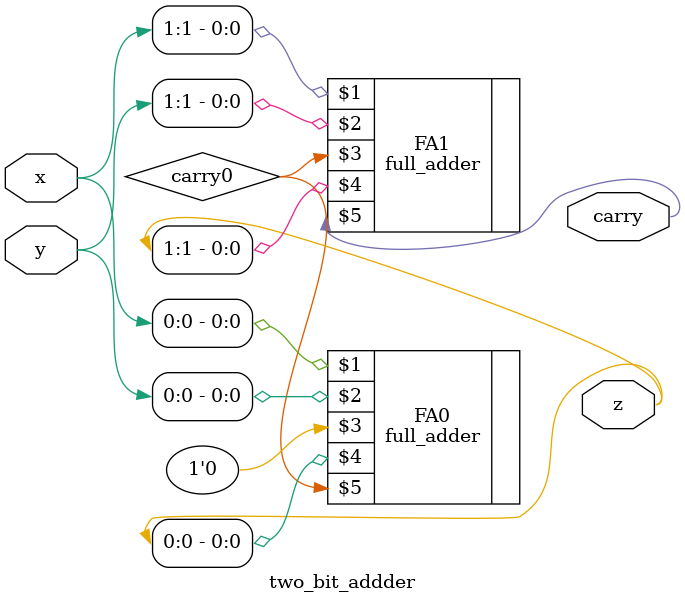
<source format=v>
`timescale 1ns / 1ps
module two_bit_addder(x,y,z,carry
    );
	 
	 input [1:0]x;
	 input [1:0]y;
	 output [1:0]z;
	 wire [1:0]z;
	 output carry;
	 wire carry, carry0;
	 full_adder FA0(x[0], y[0], 1'b0, z[0], carry0);
	 full_adder FA1(x[1], y[1], carry0, z[1], carry);


endmodule

</source>
